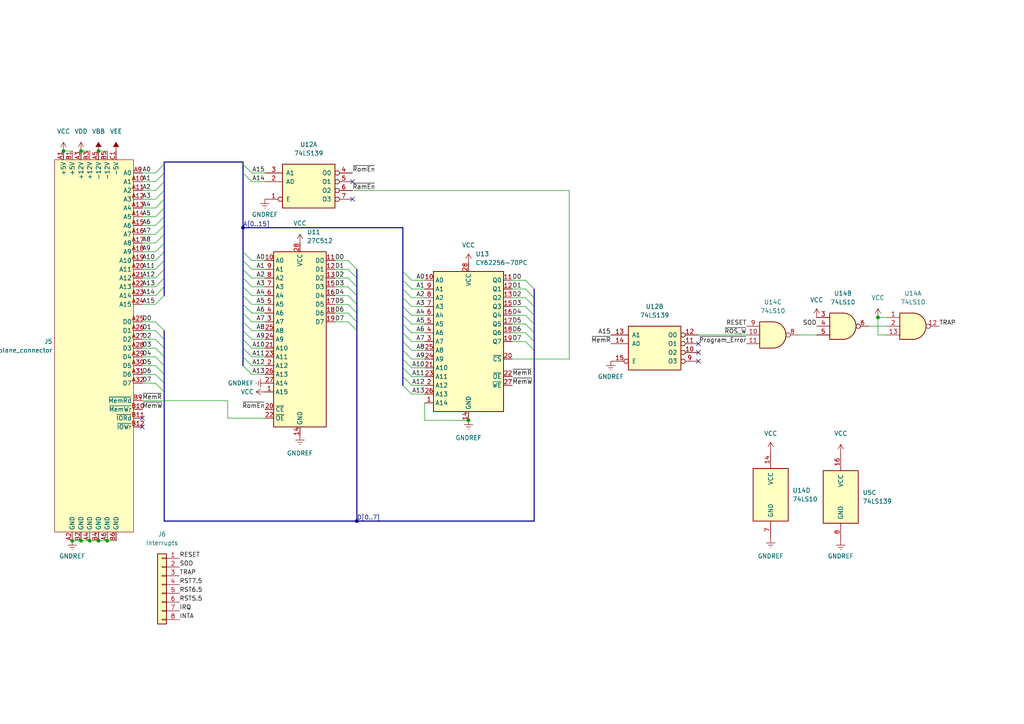
<source format=kicad_sch>
(kicad_sch (version 20231120) (generator "eeschema") (generator_version "8.0")
  (paper "A4")
  (lib_symbols
    (symbol "74xx:74LS10" (pin_names (offset 1.016))
      (property "Reference" "U" (at 0 1.27 0))
      (property "Value" "74LS10" (at 0 -1.27 0))
      (symbol "74LS10_1_1"
        (arc (start 0 -3.81) (mid 3.7934 0) (end 0 3.81) (stroke (width 0.254)) (fill (type background)))
        (polyline (pts (xy 0 3.81) (xy -3.81 3.81) (xy -3.81 -3.81) (xy 0 -3.81)) (stroke (width 0.254)) (fill (type background)))
        (pin input line (at -7.62 2.54 0) (length 3.81) (name "~") (number "1"))
        (pin output inverted (at 7.62 0 180) (length 3.81) (name "~") (number "12"))
        (pin input line (at -7.62 -2.54 0) (length 3.81) (name "~") (number "13"))
        (pin input line (at -7.62 0 0) (length 3.81) (name "~") (number "2"))
      )
      (symbol "74LS10_1_2"
        (arc (start -3.81 -3.81) (mid -2.589 0) (end -3.81 3.81) (stroke (width 0.254)))
        (arc (start -0.6096 -3.81) (mid 2.1842 -2.5851) (end 3.81 0) (stroke (width 0.254)) (fill (type background)))
        (polyline (pts (xy -3.81 -3.81) (xy -0.635 -3.81)) (stroke (width 0.254)) (fill (type background)))
        (polyline (pts (xy -3.81 3.81) (xy -0.635 3.81)) (stroke (width 0.254)) (fill (type background)))
        (polyline (pts (xy -0.635 3.81) (xy -3.81 3.81) (xy -3.81 3.81) (xy -3.556 3.4036) (xy -3.0226 2.2606) (xy -2.6924 1.0414) (xy -2.6162 -0.254) (xy -2.7686 -1.4986) (xy -3.175 -2.7178) (xy -3.81 -3.81) (xy -3.81 -3.81) (xy -0.635 -3.81)) (stroke (width -25.4)) (fill (type background)))
        (arc (start 3.81 0) (mid 2.1915 2.5936) (end -0.6096 3.81) (stroke (width 0.254)) (fill (type background)))
        (pin input inverted (at -7.62 2.54 0) (length 4.318) (name "~") (number "1"))
        (pin output line (at 7.62 0 180) (length 3.81) (name "~") (number "12"))
        (pin input inverted (at -7.62 -2.54 0) (length 4.318) (name "~") (number "13"))
        (pin input inverted (at -7.62 0 0) (length 4.953) (name "~") (number "2"))
      )
      (symbol "74LS10_2_1"
        (arc (start 0 -3.81) (mid 3.7934 0) (end 0 3.81) (stroke (width 0.254)) (fill (type background)))
        (polyline (pts (xy 0 3.81) (xy -3.81 3.81) (xy -3.81 -3.81) (xy 0 -3.81)) (stroke (width 0.254)) (fill (type background)))
        (pin input line (at -7.62 2.54 0) (length 3.81) (name "~") (number "3"))
        (pin input line (at -7.62 0 0) (length 3.81) (name "~") (number "4"))
        (pin input line (at -7.62 -2.54 0) (length 3.81) (name "~") (number "5"))
        (pin output inverted (at 7.62 0 180) (length 3.81) (name "~") (number "6"))
      )
      (symbol "74LS10_2_2"
        (arc (start -3.81 -3.81) (mid -2.589 0) (end -3.81 3.81) (stroke (width 0.254)))
        (arc (start -0.6096 -3.81) (mid 2.1842 -2.5851) (end 3.81 0) (stroke (width 0.254)) (fill (type background)))
        (polyline (pts (xy -3.81 -3.81) (xy -0.635 -3.81)) (stroke (width 0.254)) (fill (type background)))
        (polyline (pts (xy -3.81 3.81) (xy -0.635 3.81)) (stroke (width 0.254)) (fill (type background)))
        (polyline (pts (xy -0.635 3.81) (xy -3.81 3.81) (xy -3.81 3.81) (xy -3.556 3.4036) (xy -3.0226 2.2606) (xy -2.6924 1.0414) (xy -2.6162 -0.254) (xy -2.7686 -1.4986) (xy -3.175 -2.7178) (xy -3.81 -3.81) (xy -3.81 -3.81) (xy -0.635 -3.81)) (stroke (width -25.4)) (fill (type background)))
        (arc (start 3.81 0) (mid 2.1915 2.5936) (end -0.6096 3.81) (stroke (width 0.254)) (fill (type background)))
        (pin input inverted (at -7.62 2.54 0) (length 4.318) (name "~") (number "3"))
        (pin input inverted (at -7.62 0 0) (length 4.953) (name "~") (number "4"))
        (pin input inverted (at -7.62 -2.54 0) (length 4.318) (name "~") (number "5"))
        (pin output line (at 7.62 0 180) (length 3.81) (name "~") (number "6"))
      )
      (symbol "74LS10_3_1"
        (arc (start 0 -3.81) (mid 3.7934 0) (end 0 3.81) (stroke (width 0.254)) (fill (type background)))
        (polyline (pts (xy 0 3.81) (xy -3.81 3.81) (xy -3.81 -3.81) (xy 0 -3.81)) (stroke (width 0.254)) (fill (type background)))
        (pin input line (at -7.62 0 0) (length 3.81) (name "~") (number "10"))
        (pin input line (at -7.62 -2.54 0) (length 3.81) (name "~") (number "11"))
        (pin output inverted (at 7.62 0 180) (length 3.81) (name "~") (number "8"))
        (pin input line (at -7.62 2.54 0) (length 3.81) (name "~") (number "9"))
      )
      (symbol "74LS10_3_2"
        (arc (start -3.81 -3.81) (mid -2.589 0) (end -3.81 3.81) (stroke (width 0.254)))
        (arc (start -0.6096 -3.81) (mid 2.1842 -2.5851) (end 3.81 0) (stroke (width 0.254)) (fill (type background)))
        (polyline (pts (xy -3.81 -3.81) (xy -0.635 -3.81)) (stroke (width 0.254)) (fill (type background)))
        (polyline (pts (xy -3.81 3.81) (xy -0.635 3.81)) (stroke (width 0.254)) (fill (type background)))
        (polyline (pts (xy -0.635 3.81) (xy -3.81 3.81) (xy -3.81 3.81) (xy -3.556 3.4036) (xy -3.0226 2.2606) (xy -2.6924 1.0414) (xy -2.6162 -0.254) (xy -2.7686 -1.4986) (xy -3.175 -2.7178) (xy -3.81 -3.81) (xy -3.81 -3.81) (xy -0.635 -3.81)) (stroke (width -25.4)) (fill (type background)))
        (arc (start 3.81 0) (mid 2.1915 2.5936) (end -0.6096 3.81) (stroke (width 0.254)) (fill (type background)))
        (pin input inverted (at -7.62 0 0) (length 4.953) (name "~") (number "10"))
        (pin input inverted (at -7.62 -2.54 0) (length 4.318) (name "~") (number "11"))
        (pin output line (at 7.62 0 180) (length 3.81) (name "~") (number "8"))
        (pin input inverted (at -7.62 2.54 0) (length 4.318) (name "~") (number "9"))
      )
      (symbol "74LS10_4_0"
        (pin power_in line (at 0 12.7 270) (length 5.08) (name "VCC") (number "14"))
        (pin power_in line (at 0 -12.7 90) (length 5.08) (name "GND") (number "7"))
      )
      (symbol "74LS10_4_1"
        (rectangle (start -5.08 7.62) (end 5.08 -7.62) (stroke (width 0.254)) (fill (type background)))
      )
    )
    (symbol "74xx:74LS139" (pin_names (offset 1.016))
      (property "Reference" "U" (at -7.62 8.89 0))
      (property "Value" "74LS139" (at -7.62 -8.89 0))
      (symbol "74LS139_1_0"
        (pin input inverted (at -12.7 -5.08 0) (length 5.08) (name "E") (number "1"))
        (pin input line (at -12.7 0 0) (length 5.08) (name "A0") (number "2"))
        (pin input line (at -12.7 2.54 0) (length 5.08) (name "A1") (number "3"))
        (pin output inverted (at 12.7 2.54 180) (length 5.08) (name "O0") (number "4"))
        (pin output inverted (at 12.7 0 180) (length 5.08) (name "O1") (number "5"))
        (pin output inverted (at 12.7 -2.54 180) (length 5.08) (name "O2") (number "6"))
        (pin output inverted (at 12.7 -5.08 180) (length 5.08) (name "O3") (number "7"))
      )
      (symbol "74LS139_1_1"
        (rectangle (start -7.62 5.08) (end 7.62 -7.62) (stroke (width 0.254)) (fill (type background)))
      )
      (symbol "74LS139_2_0"
        (pin output inverted (at 12.7 -2.54 180) (length 5.08) (name "O2") (number "10"))
        (pin output inverted (at 12.7 0 180) (length 5.08) (name "O1") (number "11"))
        (pin output inverted (at 12.7 2.54 180) (length 5.08) (name "O0") (number "12"))
        (pin input line (at -12.7 2.54 0) (length 5.08) (name "A1") (number "13"))
        (pin input line (at -12.7 0 0) (length 5.08) (name "A0") (number "14"))
        (pin input inverted (at -12.7 -5.08 0) (length 5.08) (name "E") (number "15"))
        (pin output inverted (at 12.7 -5.08 180) (length 5.08) (name "O3") (number "9"))
      )
      (symbol "74LS139_2_1"
        (rectangle (start -7.62 5.08) (end 7.62 -7.62) (stroke (width 0.254)) (fill (type background)))
      )
      (symbol "74LS139_3_0"
        (pin power_in line (at 0 12.7 270) (length 5.08) (name "VCC") (number "16"))
        (pin power_in line (at 0 -12.7 90) (length 5.08) (name "GND") (number "8"))
      )
      (symbol "74LS139_3_1"
        (rectangle (start -5.08 7.62) (end 5.08 -7.62) (stroke (width 0.254)) (fill (type background)))
      )
    )
    (symbol "Connector_Generic:Conn_01x08" (pin_names (offset 1.016) hide)
      (property "Reference" "J" (at 0 10.16 0))
      (property "Value" "Conn_01x08" (at 0 -12.7 0))
      (symbol "Conn_01x08_1_1"
        (rectangle (start -1.27 -10.033) (end 0 -10.287) (stroke (width 0.1524)))
        (rectangle (start -1.27 -7.493) (end 0 -7.747) (stroke (width 0.1524)))
        (rectangle (start -1.27 -4.953) (end 0 -5.207) (stroke (width 0.1524)))
        (rectangle (start -1.27 -2.413) (end 0 -2.667) (stroke (width 0.1524)))
        (rectangle (start -1.27 0.127) (end 0 -0.127) (stroke (width 0.1524)))
        (rectangle (start -1.27 2.667) (end 0 2.413) (stroke (width 0.1524)))
        (rectangle (start -1.27 5.207) (end 0 4.953) (stroke (width 0.1524)))
        (rectangle (start -1.27 7.747) (end 0 7.493) (stroke (width 0.1524)))
        (rectangle (start -1.27 8.89) (end 1.27 -11.43) (stroke (width 0.254)) (fill (type background)))
        (pin passive line (at -5.08 7.62 0) (length 3.81) (name "Pin_1") (number "1"))
        (pin passive line (at -5.08 5.08 0) (length 3.81) (name "Pin_2") (number "2"))
        (pin passive line (at -5.08 2.54 0) (length 3.81) (name "Pin_3") (number "3"))
        (pin passive line (at -5.08 0 0) (length 3.81) (name "Pin_4") (number "4"))
        (pin passive line (at -5.08 -2.54 0) (length 3.81) (name "Pin_5") (number "5"))
        (pin passive line (at -5.08 -5.08 0) (length 3.81) (name "Pin_6") (number "6"))
        (pin passive line (at -5.08 -7.62 0) (length 3.81) (name "Pin_7") (number "7"))
        (pin passive line (at -5.08 -10.16 0) (length 3.81) (name "Pin_8") (number "8"))
      )
    )
    (symbol "Memory_EPROM:27C512"
      (property "Reference" "U" (at -7.62 26.67 0))
      (property "Value" "27C512" (at 2.54 -26.67 0))
      (symbol "27C512_1_1"
        (rectangle (start -7.62 25.4) (end 7.62 -25.4) (stroke (width 0.254)) (fill (type background)))
        (pin input line (at -10.16 -15.24 0) (length 2.54) (name "A15") (number "1"))
        (pin input line (at -10.16 22.86 0) (length 2.54) (name "A0") (number "10"))
        (pin tri_state line (at 10.16 22.86 180) (length 2.54) (name "D0") (number "11"))
        (pin tri_state line (at 10.16 20.32 180) (length 2.54) (name "D1") (number "12"))
        (pin tri_state line (at 10.16 17.78 180) (length 2.54) (name "D2") (number "13"))
        (pin power_in line (at 0 -27.94 90) (length 2.54) (name "GND") (number "14"))
        (pin tri_state line (at 10.16 15.24 180) (length 2.54) (name "D3") (number "15"))
        (pin tri_state line (at 10.16 12.7 180) (length 2.54) (name "D4") (number "16"))
        (pin tri_state line (at 10.16 10.16 180) (length 2.54) (name "D5") (number "17"))
        (pin tri_state line (at 10.16 7.62 180) (length 2.54) (name "D6") (number "18"))
        (pin tri_state line (at 10.16 5.08 180) (length 2.54) (name "D7") (number "19"))
        (pin input line (at -10.16 -7.62 0) (length 2.54) (name "A12") (number "2"))
        (pin input line (at -10.16 -20.32 0) (length 2.54) (name "~{CE}") (number "20"))
        (pin input line (at -10.16 -2.54 0) (length 2.54) (name "A10") (number "21"))
        (pin input line (at -10.16 -22.86 0) (length 2.54) (name "~{OE}") (number "22"))
        (pin input line (at -10.16 -5.08 0) (length 2.54) (name "A11") (number "23"))
        (pin input line (at -10.16 0 0) (length 2.54) (name "A9") (number "24"))
        (pin input line (at -10.16 2.54 0) (length 2.54) (name "A8") (number "25"))
        (pin input line (at -10.16 -10.16 0) (length 2.54) (name "A13") (number "26"))
        (pin input line (at -10.16 -12.7 0) (length 2.54) (name "A14") (number "27"))
        (pin power_in line (at 0 27.94 270) (length 2.54) (name "VCC") (number "28"))
        (pin input line (at -10.16 5.08 0) (length 2.54) (name "A7") (number "3"))
        (pin input line (at -10.16 7.62 0) (length 2.54) (name "A6") (number "4"))
        (pin input line (at -10.16 10.16 0) (length 2.54) (name "A5") (number "5"))
        (pin input line (at -10.16 12.7 0) (length 2.54) (name "A4") (number "6"))
        (pin input line (at -10.16 15.24 0) (length 2.54) (name "A3") (number "7"))
        (pin input line (at -10.16 17.78 0) (length 2.54) (name "A2") (number "8"))
        (pin input line (at -10.16 20.32 0) (length 2.54) (name "A1") (number "9"))
      )
    )
    (symbol "Memory_RAM:CY62256-70PC"
      (property "Reference" "U" (at -10.16 20.955 0))
      (property "Value" "CY62256-70PC" (at 2.54 20.955 0))
      (symbol "CY62256-70PC_0_0"
        (pin power_in line (at 0 -22.86 90) (length 2.54) (name "GND") (number "14"))
        (pin power_in line (at 0 22.86 270) (length 2.54) (name "VCC") (number "28"))
      )
      (symbol "CY62256-70PC_0_1"
        (rectangle (start -10.16 20.32) (end 10.16 -20.32) (stroke (width 0.254)) (fill (type background)))
      )
      (symbol "CY62256-70PC_1_1"
        (pin input line (at -12.7 -17.78 0) (length 2.54) (name "A14") (number "1"))
        (pin input line (at -12.7 17.78 0) (length 2.54) (name "A0") (number "10"))
        (pin tri_state line (at 12.7 17.78 180) (length 2.54) (name "Q0") (number "11"))
        (pin tri_state line (at 12.7 15.24 180) (length 2.54) (name "Q1") (number "12"))
        (pin tri_state line (at 12.7 12.7 180) (length 2.54) (name "Q2") (number "13"))
        (pin tri_state line (at 12.7 10.16 180) (length 2.54) (name "Q3") (number "15"))
        (pin tri_state line (at 12.7 7.62 180) (length 2.54) (name "Q4") (number "16"))
        (pin tri_state line (at 12.7 5.08 180) (length 2.54) (name "Q5") (number "17"))
        (pin tri_state line (at 12.7 2.54 180) (length 2.54) (name "Q6") (number "18"))
        (pin tri_state line (at 12.7 0 180) (length 2.54) (name "Q7") (number "19"))
        (pin input line (at -12.7 -12.7 0) (length 2.54) (name "A12") (number "2"))
        (pin input line (at 12.7 -5.08 180) (length 2.54) (name "~{CS}") (number "20"))
        (pin input line (at -12.7 -7.62 0) (length 2.54) (name "A10") (number "21"))
        (pin input line (at 12.7 -10.16 180) (length 2.54) (name "~{OE}") (number "22"))
        (pin input line (at -12.7 -10.16 0) (length 2.54) (name "A11") (number "23"))
        (pin input line (at -12.7 -5.08 0) (length 2.54) (name "A9") (number "24"))
        (pin input line (at -12.7 -2.54 0) (length 2.54) (name "A8") (number "25"))
        (pin input line (at -12.7 -15.24 0) (length 2.54) (name "A13") (number "26"))
        (pin input line (at 12.7 -12.7 180) (length 2.54) (name "~{WE}") (number "27"))
        (pin input line (at -12.7 0 0) (length 2.54) (name "A7") (number "3"))
        (pin input line (at -12.7 2.54 0) (length 2.54) (name "A6") (number "4"))
        (pin input line (at -12.7 5.08 0) (length 2.54) (name "A5") (number "5"))
        (pin input line (at -12.7 7.62 0) (length 2.54) (name "A4") (number "6"))
        (pin input line (at -12.7 10.16 0) (length 2.54) (name "A3") (number "7"))
        (pin input line (at -12.7 12.7 0) (length 2.54) (name "A2") (number "8"))
        (pin input line (at -12.7 15.24 0) (length 2.54) (name "A1") (number "9"))
      )
    )
    (symbol "VEE_1" (power) (pin_names (offset 0))
      (property "Value" "VEE_1" (at 0 5.715 0))
      (symbol "VEE_1_0_1"
        (polyline (pts (xy 0 0) (xy 0 2.54)))
        (polyline (pts (xy 0.762 1.27) (xy -0.762 1.27) (xy 0 2.54) (xy 0.762 1.27)) (fill (type outline)))
      )
      (symbol "VEE_1_1_1"
        (pin power_in line (at 0 0 90) (length 0) hide (name "VBB") (number "1"))
      )
    )
    (symbol "connector-miscellaneous:MC80_8085_Backplane_connector"
      (property "Reference" "J" (at 13.97 34.29 0))
      (property "Value" "MC80_8085_Backplane_connector" (at -6.35 34.29 0))
      (symbol "MC80_8085_Backplane_connector_0_1"
        (rectangle (start -22.86 19.05) (end 0 -88.9) (fill (type background)))
        (rectangle (start -15.24 16.51) (end -15.24 16.51))
      )
      (symbol "MC80_8085_Backplane_connector_1_1"
        (pin power_in line (at -20.32 21.59 270) (length 2.54) (name "+5V") (number "A1"))
        (pin output line (at 2.54 12.7 180) (length 2.54) (name "A1") (number "A10"))
        (pin output line (at 2.54 10.16 180) (length 2.54) (name "A2") (number "A11"))
        (pin output line (at 2.54 7.62 180) (length 2.54) (name "A3") (number "A12"))
        (pin output line (at 2.54 5.08 180) (length 2.54) (name "A4") (number "A13"))
        (pin output line (at 2.54 2.54 180) (length 2.54) (name "A5") (number "A14"))
        (pin output line (at 2.54 0 180) (length 2.54) (name "A6") (number "A15"))
        (pin output line (at 2.54 -2.54 180) (length 2.54) (name "A7") (number "A16"))
        (pin output line (at 2.54 -5.08 180) (length 2.54) (name "A8") (number "A17"))
        (pin output line (at 2.54 -7.62 180) (length 2.54) (name "A9") (number "A18"))
        (pin output line (at 2.54 -10.16 180) (length 2.54) (name "A10") (number "A19"))
        (pin power_in line (at -17.78 -91.44 90) (length 2.54) (name "GND") (number "A2"))
        (pin output line (at 2.54 -12.7 180) (length 2.54) (name "A11") (number "A20"))
        (pin output line (at 2.54 -15.24 180) (length 2.54) (name "A12") (number "A21"))
        (pin output line (at 2.54 -17.78 180) (length 2.54) (name "A13") (number "A22"))
        (pin output line (at 2.54 -20.32 180) (length 2.54) (name "A14") (number "A23"))
        (pin output line (at 2.54 -22.86 180) (length 2.54) (name "A15") (number "A24"))
        (pin tri_state line (at 2.54 -27.94 180) (length 2.54) (name "D0") (number "A25"))
        (pin tri_state line (at 2.54 -30.48 180) (length 2.54) (name "D1") (number "A26"))
        (pin tri_state line (at 2.54 -33.02 180) (length 2.54) (name "D2") (number "A27"))
        (pin tri_state line (at 2.54 -35.56 180) (length 2.54) (name "D3") (number "A28"))
        (pin tri_state line (at 2.54 -38.1 180) (length 2.54) (name "D4") (number "A29"))
        (pin power_in line (at -15.24 21.59 270) (length 2.54) (name "+12V") (number "A3"))
        (pin tri_state line (at 2.54 -40.64 180) (length 2.54) (name "D5") (number "A30"))
        (pin tri_state line (at 2.54 -43.18 180) (length 2.54) (name "D6") (number "A31"))
        (pin tri_state line (at 2.54 -45.72 180) (length 2.54) (name "D7") (number "A32"))
        (pin power_in line (at -12.7 -91.44 90) (length 2.54) (name "GND") (number "A4"))
        (pin power_in line (at -10.16 21.59 270) (length 2.54) (name "-12V") (number "A5"))
        (pin power_in line (at -7.62 -91.44 90) (length 2.54) (name "GND") (number "A6"))
        (pin output line (at 2.54 15.24 180) (length 2.54) (name "A0") (number "A9"))
        (pin power_in line (at -17.78 21.59 270) (length 2.54) (name "+5V") (number "B1"))
        (pin output line (at 2.54 -53.34 180) (length 2.54) (name "~{MemWr}") (number "B10"))
        (pin output line (at 2.54 -55.88 180) (length 2.54) (name "~{IORd}") (number "B11"))
        (pin output line (at 2.54 -58.42 180) (length 2.54) (name "~{IOWr}") (number "B12"))
        (pin power_in line (at -15.24 -91.44 90) (length 2.54) (name "GND") (number "B2"))
        (pin power_in line (at -12.7 21.59 270) (length 2.54) (name "+12V") (number "B3"))
        (pin power_in line (at -10.16 -91.44 90) (length 2.54) (name "GND") (number "B4"))
        (pin power_in line (at -7.62 21.59 270) (length 2.54) (name "-12V") (number "B5"))
        (pin power_in line (at -5.08 -91.44 90) (length 2.54) (name "GND") (number "B6"))
        (pin output line (at 2.54 -50.8 180) (length 2.54) (name "~{MemRd}") (number "B9"))
        (pin power_in line (at -5.08 21.59 270) (length 2.54) (name "-5V") (number "C1"))
      )
    )
    (symbol "power:GNDREF" (power) (pin_names (offset 0))
      (property "Value" "GNDREF" (at 0 -3.81 0))
      (symbol "GNDREF_0_1"
        (polyline (pts (xy -0.635 -1.905) (xy 0.635 -1.905)))
        (polyline (pts (xy -0.127 -2.54) (xy 0.127 -2.54)))
        (polyline (pts (xy 0 -1.27) (xy 0 0)))
        (polyline (pts (xy 1.27 -1.27) (xy -1.27 -1.27)))
      )
      (symbol "GNDREF_1_1"
        (pin power_in line (at 0 0 270) (length 0) hide (name "GNDREF") (number "1"))
      )
    )
    (symbol "power:VCC" (power) (pin_names (offset 0))
      (property "Value" "VCC" (at 0 3.81 0))
      (symbol "VCC_0_1"
        (polyline (pts (xy -0.762 1.27) (xy 0 2.54)))
        (polyline (pts (xy 0 0) (xy 0 2.54)))
        (polyline (pts (xy 0 2.54) (xy 0.762 1.27)))
      )
      (symbol "VCC_1_1"
        (pin power_in line (at 0 0 90) (length 0) hide (name "VCC") (number "1"))
      )
    )
    (symbol "power:VDD" (power) (pin_names (offset 0))
      (property "Value" "VDD" (at 0 3.81 0))
      (symbol "VDD_0_1"
        (polyline (pts (xy -0.762 1.27) (xy 0 2.54)))
        (polyline (pts (xy 0 0) (xy 0 2.54)))
        (polyline (pts (xy 0 2.54) (xy 0.762 1.27)))
      )
      (symbol "VDD_1_1"
        (pin power_in line (at 0 0 90) (length 0) hide (name "VDD") (number "1"))
      )
    )
    (symbol "power:VEE" (power) (pin_names (offset 0))
      (property "Value" "VEE" (at 0 3.81 0))
      (symbol "VEE_0_1"
        (polyline (pts (xy 0 0) (xy 0 2.54)))
        (polyline (pts (xy 0.762 1.27) (xy -0.762 1.27) (xy 0 2.54) (xy 0.762 1.27)) (fill (type outline)))
      )
      (symbol "VEE_1_1"
        (pin power_in line (at 0 0 90) (length 0) hide (name "VEE") (number "1"))
      )
    )
  )
  (junction (at 23.495 156.845))
  (junction (at 28.575 156.845))
  (junction (at 26.035 156.845))
  (junction (at 28.575 43.815))
  (junction (at 23.495 43.815))
  (junction (at 18.415 43.815))
  (junction (at 135.89 121.92))
  (junction (at 70.485 66.04))
  (junction (at 31.115 156.845))
  (junction (at 20.955 156.845))
  (junction (at 103.505 151.13))
  (junction (at 254.635 92.075))
  (no_connect (at 202.565 99.695))
  (no_connect (at 41.275 123.825))
  (no_connect (at 202.565 104.775))
  (no_connect (at 202.565 102.235))
  (no_connect (at 41.275 121.285))
  (no_connect (at 102.235 57.785))
  (no_connect (at 102.235 52.705))
  (bus_entry (at 45.085 62.865) (size 2.54 -2.54))
  (bus_entry (at 45.085 111.125) (size 2.54 2.54))
  (bus_entry (at 100.965 85.725) (size 2.54 2.54))
  (bus_entry (at 100.965 88.265) (size 2.54 2.54))
  (bus_entry (at 45.085 73.025) (size 2.54 -2.54))
  (bus_entry (at 119.38 114.3) (size -2.54 -2.54))
  (bus_entry (at 45.085 106.045) (size 2.54 2.54))
  (bus_entry (at 45.085 55.245) (size 2.54 -2.54))
  (bus_entry (at 119.38 88.9) (size -2.54 -2.54))
  (bus_entry (at 73.025 85.725) (size -2.54 -2.54))
  (bus_entry (at 70.485 47.625) (size 2.54 2.54))
  (bus_entry (at 73.025 88.265) (size -2.54 -2.54))
  (bus_entry (at 73.025 75.565) (size -2.54 -2.54))
  (bus_entry (at 119.38 86.36) (size -2.54 -2.54))
  (bus_entry (at 45.085 93.345) (size 2.54 2.54))
  (bus_entry (at 45.085 98.425) (size 2.54 2.54))
  (bus_entry (at 152.4 96.52) (size 2.54 2.54))
  (bus_entry (at 73.025 100.965) (size -2.54 -2.54))
  (bus_entry (at 45.085 85.725) (size 2.54 -2.54))
  (bus_entry (at 152.4 99.06) (size 2.54 2.54))
  (bus_entry (at 119.38 101.6) (size -2.54 -2.54))
  (bus_entry (at 100.965 93.345) (size 2.54 2.54))
  (bus_entry (at 45.085 52.705) (size 2.54 -2.54))
  (bus_entry (at 152.4 91.44) (size 2.54 2.54))
  (bus_entry (at 73.025 103.505) (size -2.54 -2.54))
  (bus_entry (at 73.025 93.345) (size -2.54 -2.54))
  (bus_entry (at 73.025 78.105) (size -2.54 -2.54))
  (bus_entry (at 119.38 91.44) (size -2.54 -2.54))
  (bus_entry (at 119.38 106.68) (size -2.54 -2.54))
  (bus_entry (at 45.085 65.405) (size 2.54 -2.54))
  (bus_entry (at 45.085 108.585) (size 2.54 2.54))
  (bus_entry (at 119.38 109.22) (size -2.54 -2.54))
  (bus_entry (at 119.38 99.06) (size -2.54 -2.54))
  (bus_entry (at 73.025 90.805) (size -2.54 -2.54))
  (bus_entry (at 73.025 108.585) (size -2.54 -2.54))
  (bus_entry (at 45.085 57.785) (size 2.54 -2.54))
  (bus_entry (at 119.38 96.52) (size -2.54 -2.54))
  (bus_entry (at 45.085 83.185) (size 2.54 -2.54))
  (bus_entry (at 73.025 98.425) (size -2.54 -2.54))
  (bus_entry (at 119.38 93.98) (size -2.54 -2.54))
  (bus_entry (at 152.4 86.36) (size 2.54 2.54))
  (bus_entry (at 119.38 81.28) (size -2.54 -2.54))
  (bus_entry (at 45.085 60.325) (size 2.54 -2.54))
  (bus_entry (at 45.085 70.485) (size 2.54 -2.54))
  (bus_entry (at 119.38 104.14) (size -2.54 -2.54))
  (bus_entry (at 45.085 75.565) (size 2.54 -2.54))
  (bus_entry (at 73.025 80.645) (size -2.54 -2.54))
  (bus_entry (at 45.085 67.945) (size 2.54 -2.54))
  (bus_entry (at 73.025 95.885) (size -2.54 -2.54))
  (bus_entry (at 45.085 78.105) (size 2.54 -2.54))
  (bus_entry (at 45.085 103.505) (size 2.54 2.54))
  (bus_entry (at 119.38 111.76) (size -2.54 -2.54))
  (bus_entry (at 73.025 106.045) (size -2.54 -2.54))
  (bus_entry (at 152.4 88.9) (size 2.54 2.54))
  (bus_entry (at 100.965 83.185) (size 2.54 2.54))
  (bus_entry (at 45.085 50.165) (size 2.54 -2.54))
  (bus_entry (at 70.485 50.165) (size 2.54 2.54))
  (bus_entry (at 100.965 80.645) (size 2.54 2.54))
  (bus_entry (at 45.085 80.645) (size 2.54 -2.54))
  (bus_entry (at 100.965 78.105) (size 2.54 2.54))
  (bus_entry (at 152.4 93.98) (size 2.54 2.54))
  (bus_entry (at 73.025 83.185) (size -2.54 -2.54))
  (bus_entry (at 152.4 83.82) (size 2.54 2.54))
  (bus_entry (at 100.965 90.805) (size 2.54 2.54))
  (bus_entry (at 45.085 88.265) (size 2.54 -2.54))
  (bus_entry (at 100.965 75.565) (size 2.54 2.54))
  (bus_entry (at 119.38 83.82) (size -2.54 -2.54))
  (bus_entry (at 45.085 100.965) (size 2.54 2.54))
  (bus_entry (at 45.085 95.885) (size 2.54 2.54))
  (bus_entry (at 152.4 81.28) (size 2.54 2.54))
  (wire (pts (xy 41.275 67.945) (xy 45.085 67.945)))
  (bus (pts (xy 47.625 80.645) (xy 47.625 78.105)))
  (wire (pts (xy 73.025 52.705) (xy 76.835 52.705)))
  (bus (pts (xy 116.84 66.04) (xy 70.485 66.04)))
  (bus (pts (xy 47.625 60.325) (xy 47.625 57.785)))
  (wire (pts (xy 148.59 93.98) (xy 152.4 93.98)))
  (bus (pts (xy 116.84 101.6) (xy 116.84 99.06)))
  (bus (pts (xy 103.505 95.885) (xy 103.505 151.13)))
  (wire (pts (xy 254.635 92.075) (xy 257.175 92.075)))
  (bus (pts (xy 70.485 88.265) (xy 70.485 85.725)))
  (bus (pts (xy 47.625 52.705) (xy 47.625 50.165)))
  (wire (pts (xy 97.155 85.725) (xy 100.965 85.725)))
  (wire (pts (xy 123.19 83.82) (xy 119.38 83.82)))
  (wire (pts (xy 123.19 86.36) (xy 119.38 86.36)))
  (wire (pts (xy 76.835 88.265) (xy 73.025 88.265)))
  (wire (pts (xy 135.89 121.92) (xy 123.19 121.92)))
  (wire (pts (xy 41.275 55.245) (xy 45.085 55.245)))
  (wire (pts (xy 23.495 156.845) (xy 26.035 156.845)))
  (wire (pts (xy 148.59 99.06) (xy 152.4 99.06)))
  (wire (pts (xy 97.155 90.805) (xy 100.965 90.805)))
  (bus (pts (xy 103.505 78.105) (xy 103.505 80.645)))
  (wire (pts (xy 123.19 88.9) (xy 119.38 88.9)))
  (bus (pts (xy 116.84 88.9) (xy 116.84 86.36)))
  (wire (pts (xy 123.19 114.3) (xy 119.38 114.3)))
  (bus (pts (xy 70.485 66.04) (xy 70.485 73.025)))
  (wire (pts (xy 123.19 111.76) (xy 119.38 111.76)))
  (bus (pts (xy 47.625 75.565) (xy 47.625 73.025)))
  (wire (pts (xy 41.275 83.185) (xy 45.085 83.185)))
  (wire (pts (xy 148.59 88.9) (xy 152.4 88.9)))
  (bus (pts (xy 47.625 55.245) (xy 47.625 52.705)))
  (wire (pts (xy 41.275 106.045) (xy 45.085 106.045)))
  (bus (pts (xy 47.625 67.945) (xy 47.625 65.405)))
  (wire (pts (xy 66.04 116.205) (xy 66.04 121.285)))
  (bus (pts (xy 116.84 83.82) (xy 116.84 86.36)))
  (wire (pts (xy 123.19 121.92) (xy 123.19 116.84)))
  (bus (pts (xy 47.625 46.99) (xy 70.485 46.99)))
  (wire (pts (xy 76.835 75.565) (xy 73.025 75.565)))
  (bus (pts (xy 116.84 104.14) (xy 116.84 101.6)))
  (wire (pts (xy 148.59 86.36) (xy 152.4 86.36)))
  (bus (pts (xy 70.485 78.105) (xy 70.485 75.565)))
  (wire (pts (xy 165.1 104.14) (xy 148.59 104.14)))
  (wire (pts (xy 148.59 96.52) (xy 152.4 96.52)))
  (wire (pts (xy 76.835 103.505) (xy 73.025 103.505)))
  (bus (pts (xy 116.84 96.52) (xy 116.84 93.98)))
  (wire (pts (xy 97.155 75.565) (xy 100.965 75.565)))
  (wire (pts (xy 41.275 73.025) (xy 45.085 73.025)))
  (wire (pts (xy 76.835 85.725) (xy 73.025 85.725)))
  (wire (pts (xy 231.775 97.155) (xy 236.855 97.155)))
  (bus (pts (xy 154.94 83.82) (xy 154.94 86.36)))
  (bus (pts (xy 154.94 88.9) (xy 154.94 91.44)))
  (wire (pts (xy 41.275 88.265) (xy 45.085 88.265)))
  (wire (pts (xy 23.495 43.815) (xy 26.035 43.815)))
  (wire (pts (xy 123.19 99.06) (xy 119.38 99.06)))
  (bus (pts (xy 103.505 80.645) (xy 103.505 83.185)))
  (bus (pts (xy 70.485 106.045) (xy 70.485 103.505)))
  (bus (pts (xy 47.625 113.665) (xy 47.625 151.13)))
  (bus (pts (xy 70.485 85.725) (xy 70.485 83.185)))
  (bus (pts (xy 47.625 78.105) (xy 47.625 75.565)))
  (bus (pts (xy 116.84 78.74) (xy 116.84 66.04)))
  (bus (pts (xy 70.485 100.965) (xy 70.485 98.425)))
  (wire (pts (xy 41.275 62.865) (xy 45.085 62.865)))
  (wire (pts (xy 76.835 98.425) (xy 73.025 98.425)))
  (bus (pts (xy 154.94 91.44) (xy 154.94 93.98)))
  (bus (pts (xy 116.84 99.06) (xy 116.84 96.52)))
  (bus (pts (xy 154.94 93.98) (xy 154.94 96.52)))
  (wire (pts (xy 252.095 94.615) (xy 257.175 94.615)))
  (wire (pts (xy 41.275 60.325) (xy 45.085 60.325)))
  (wire (pts (xy 76.835 93.345) (xy 73.025 93.345)))
  (bus (pts (xy 154.94 96.52) (xy 154.94 99.06)))
  (bus (pts (xy 47.625 50.165) (xy 47.625 47.625)))
  (wire (pts (xy 41.275 57.785) (xy 45.085 57.785)))
  (bus (pts (xy 70.485 103.505) (xy 70.485 100.965)))
  (bus (pts (xy 116.84 81.28) (xy 116.84 78.74)))
  (bus (pts (xy 47.625 106.045) (xy 47.625 108.585)))
  (bus (pts (xy 47.625 47.625) (xy 47.625 46.99)))
  (wire (pts (xy 148.59 81.28) (xy 152.4 81.28)))
  (wire (pts (xy 41.275 65.405) (xy 45.085 65.405)))
  (bus (pts (xy 47.625 111.125) (xy 47.625 113.665)))
  (bus (pts (xy 154.94 99.06) (xy 154.94 101.6)))
  (wire (pts (xy 76.835 80.645) (xy 73.025 80.645)))
  (wire (pts (xy 76.835 78.105) (xy 73.025 78.105)))
  (wire (pts (xy 97.155 88.265) (xy 100.965 88.265)))
  (bus (pts (xy 47.625 65.405) (xy 47.625 62.865)))
  (wire (pts (xy 41.275 116.205) (xy 66.04 116.205)))
  (wire (pts (xy 41.275 85.725) (xy 45.085 85.725)))
  (wire (pts (xy 41.275 100.965) (xy 45.085 100.965)))
  (wire (pts (xy 123.19 96.52) (xy 119.38 96.52)))
  (bus (pts (xy 116.84 93.98) (xy 116.84 91.44)))
  (bus (pts (xy 47.625 103.505) (xy 47.625 106.045)))
  (wire (pts (xy 148.59 83.82) (xy 152.4 83.82)))
  (bus (pts (xy 47.625 83.185) (xy 47.625 80.645)))
  (bus (pts (xy 70.485 50.165) (xy 70.485 66.04)))
  (wire (pts (xy 97.155 93.345) (xy 100.965 93.345)))
  (bus (pts (xy 70.485 98.425) (xy 70.485 95.885)))
  (bus (pts (xy 47.625 62.865) (xy 47.625 60.325)))
  (wire (pts (xy 123.19 106.68) (xy 119.38 106.68)))
  (wire (pts (xy 123.19 93.98) (xy 119.38 93.98)))
  (wire (pts (xy 76.835 95.885) (xy 73.025 95.885)))
  (wire (pts (xy 76.835 108.585) (xy 73.025 108.585)))
  (bus (pts (xy 47.625 151.13) (xy 103.505 151.13)))
  (wire (pts (xy 123.19 81.28) (xy 119.38 81.28)))
  (bus (pts (xy 70.485 75.565) (xy 70.485 73.025)))
  (bus (pts (xy 116.84 83.82) (xy 116.84 81.28)))
  (wire (pts (xy 254.635 97.155) (xy 254.635 92.075)))
  (bus (pts (xy 47.625 57.785) (xy 47.625 55.245)))
  (wire (pts (xy 76.835 106.045) (xy 73.025 106.045)))
  (wire (pts (xy 76.835 100.965) (xy 73.025 100.965)))
  (bus (pts (xy 47.625 95.885) (xy 47.625 98.425)))
  (wire (pts (xy 41.275 78.105) (xy 45.085 78.105)))
  (wire (pts (xy 123.19 104.14) (xy 119.38 104.14)))
  (bus (pts (xy 154.94 86.36) (xy 154.94 88.9)))
  (wire (pts (xy 123.19 91.44) (xy 119.38 91.44)))
  (bus (pts (xy 103.505 151.13) (xy 154.94 151.13)))
  (wire (pts (xy 28.575 156.845) (xy 31.115 156.845)))
  (wire (pts (xy 257.175 97.155) (xy 254.635 97.155)))
  (wire (pts (xy 41.275 95.885) (xy 45.085 95.885)))
  (wire (pts (xy 41.275 111.125) (xy 45.085 111.125)))
  (wire (pts (xy 148.59 91.44) (xy 152.4 91.44)))
  (wire (pts (xy 28.575 43.815) (xy 31.115 43.815)))
  (bus (pts (xy 116.84 91.44) (xy 116.84 88.9)))
  (bus (pts (xy 116.84 111.76) (xy 116.84 109.22)))
  (bus (pts (xy 116.84 109.22) (xy 116.84 106.68)))
  (wire (pts (xy 41.275 103.505) (xy 45.085 103.505)))
  (wire (pts (xy 41.275 50.165) (xy 45.085 50.165)))
  (wire (pts (xy 18.415 43.815) (xy 20.955 43.815)))
  (wire (pts (xy 97.155 80.645) (xy 100.965 80.645)))
  (bus (pts (xy 47.625 98.425) (xy 47.625 100.965)))
  (bus (pts (xy 154.94 101.6) (xy 154.94 151.13)))
  (bus (pts (xy 47.625 73.025) (xy 47.625 70.485)))
  (wire (pts (xy 41.275 93.345) (xy 45.085 93.345)))
  (wire (pts (xy 31.115 156.845) (xy 33.655 156.845)))
  (wire (pts (xy 41.275 108.585) (xy 45.085 108.585)))
  (wire (pts (xy 41.275 75.565) (xy 45.085 75.565)))
  (wire (pts (xy 202.565 97.155) (xy 216.535 97.155)))
  (wire (pts (xy 123.19 101.6) (xy 119.38 101.6)))
  (bus (pts (xy 103.505 85.725) (xy 103.505 88.265)))
  (wire (pts (xy 123.19 109.22) (xy 119.38 109.22)))
  (bus (pts (xy 70.485 95.885) (xy 70.485 93.345)))
  (wire (pts (xy 66.04 121.285) (xy 76.835 121.285)))
  (wire (pts (xy 73.025 50.165) (xy 76.835 50.165)))
  (bus (pts (xy 70.485 47.625) (xy 70.485 50.165)))
  (wire (pts (xy 41.275 70.485) (xy 45.085 70.485)))
  (bus (pts (xy 47.625 100.965) (xy 47.625 103.505)))
  (wire (pts (xy 26.035 156.845) (xy 28.575 156.845)))
  (bus (pts (xy 116.84 106.68) (xy 116.84 104.14)))
  (bus (pts (xy 103.505 93.345) (xy 103.505 95.885)))
  (wire (pts (xy 102.235 55.245) (xy 165.1 55.245)))
  (wire (pts (xy 41.275 52.705) (xy 45.085 52.705)))
  (bus (pts (xy 47.625 70.485) (xy 47.625 67.945)))
  (bus (pts (xy 70.485 83.185) (xy 70.485 80.645)))
  (wire (pts (xy 76.835 90.805) (xy 73.025 90.805)))
  (bus (pts (xy 47.625 108.585) (xy 47.625 111.125)))
  (bus (pts (xy 70.485 90.805) (xy 70.485 88.265)))
  (bus (pts (xy 103.505 88.265) (xy 103.505 90.805)))
  (wire (pts (xy 97.155 83.185) (xy 100.965 83.185)))
  (bus (pts (xy 70.485 46.99) (xy 70.485 47.625)))
  (bus (pts (xy 70.485 78.105) (xy 70.485 80.645)))
  (wire (pts (xy 41.275 80.645) (xy 45.085 80.645)))
  (wire (pts (xy 41.275 98.425) (xy 45.085 98.425)))
  (bus (pts (xy 47.625 85.725) (xy 47.625 83.185)))
  (wire (pts (xy 20.955 156.845) (xy 23.495 156.845)))
  (bus (pts (xy 70.485 93.345) (xy 70.485 90.805)))
  (wire (pts (xy 165.1 55.245) (xy 165.1 104.14)))
  (wire (pts (xy 97.155 78.105) (xy 100.965 78.105)))
  (bus (pts (xy 103.505 90.805) (xy 103.505 93.345)))
  (bus (pts (xy 103.505 83.185) (xy 103.505 85.725)))
  (wire (pts (xy 76.835 83.185) (xy 73.025 83.185)))
  (label "D5" (at 148.59 93.98 0))
  (label "A5" (at 76.835 88.265 180))
  (label "A1" (at 41.275 52.705 0))
  (label "D2" (at 41.275 98.425 0))
  (label "A11" (at 41.275 78.105 0))
  (label "A8" (at 76.835 95.885 180))
  (label "A4" (at 41.275 60.325 0))
  (label "D3" (at 41.275 100.965 0))
  (label "RST6.5" (at 52.07 172.085 0))
  (label "D3" (at 97.155 83.185 0))
  (label "A9" (at 123.19 104.14 180))
  (label "INTA" (at 52.07 179.705 0))
  (label "TRAP" (at 52.07 167.005 0))
  (label "A10" (at 76.835 100.965 180))
  (label "~{RamEn}" (at 102.235 55.245 0))
  (label "A12" (at 76.835 106.045 180))
  (label "D4" (at 97.155 85.725 0))
  (label "A10" (at 123.19 106.68 180))
  (label "D5" (at 41.275 106.045 0))
  (label "A15" (at 177.165 97.155 180))
  (label "D0" (at 148.59 81.28 0))
  (label "~{RomEn}" (at 76.835 118.745 180))
  (label "~{MemW}" (at 41.275 118.745 0))
  (label "A6" (at 76.835 90.805 180))
  (label "A15" (at 41.275 88.265 0))
  (label "A14" (at 76.835 52.705 180))
  (label "A11" (at 76.835 103.505 180))
  (label "A4" (at 123.19 91.44 180))
  (label "D4" (at 148.59 91.44 0))
  (label "A5" (at 123.19 93.98 180))
  (label "A9" (at 76.835 98.425 180))
  (label "D6" (at 41.275 108.585 0))
  (label "A13" (at 123.19 114.3 180))
  (label "A5" (at 41.275 62.865 0))
  (label "A2" (at 123.19 86.36 180))
  (label "A1" (at 123.19 83.82 180))
  (label "D[0..7]" (at 103.505 151.13 0))
  (label "A15" (at 76.835 50.165 180))
  (label "A3" (at 41.275 57.785 0))
  (label "A7" (at 123.19 99.06 180))
  (label "A14" (at 41.275 85.725 0))
  (label "D6" (at 97.155 90.805 0))
  (label "D5" (at 97.155 88.265 0))
  (label "A9" (at 41.275 73.025 0))
  (label "RST7.5" (at 52.07 169.545 0))
  (label "D2" (at 148.59 86.36 0))
  (label "SOD" (at 236.855 94.615 180))
  (label "D2" (at 97.155 80.645 0))
  (label "A3" (at 123.19 88.9 180))
  (label "D7" (at 97.155 93.345 0))
  (label "~{MemW}" (at 148.59 111.76 0))
  (label "D1" (at 97.155 78.105 0))
  (label "D4" (at 41.275 103.505 0))
  (label "A12" (at 123.19 111.76 180))
  (label "~{ROS_W}" (at 216.535 97.155 180))
  (label "D6" (at 148.59 96.52 0))
  (label "A11" (at 123.19 109.22 180))
  (label "D7" (at 148.59 99.06 0))
  (label "A2" (at 76.835 80.645 180))
  (label "D1" (at 148.59 83.82 0))
  (label "A6" (at 123.19 96.52 180))
  (label "A10" (at 41.275 75.565 0))
  (label "~{RomEn}" (at 102.235 50.165 0))
  (label "A[0..15]" (at 70.485 66.04 0))
  (label "D7" (at 41.275 111.125 0))
  (label "A0" (at 123.19 81.28 180))
  (label "A13" (at 41.275 83.185 0))
  (label "SOD" (at 52.07 164.465 0))
  (label "D0" (at 41.275 93.345 0))
  (label "A13" (at 76.835 108.585 180))
  (label "~{MemR}" (at 177.165 99.695 180))
  (label "~{MemR}" (at 148.59 109.22 0))
  (label "RESET" (at 52.07 161.925 0))
  (label "A4" (at 76.835 85.725 180))
  (label "A3" (at 76.835 83.185 180))
  (label "A0" (at 41.275 50.165 0))
  (label "A1" (at 76.835 78.105 180))
  (label "D1" (at 41.275 95.885 0))
  (label "~{Program_Error}" (at 216.535 99.695 180))
  (label "A6" (at 41.275 65.405 0))
  (label "IRQ" (at 52.07 177.165 0))
  (label "A7" (at 41.275 67.945 0))
  (label "A0" (at 76.835 75.565 180))
  (label "A7" (at 76.835 93.345 180))
  (label "A8" (at 41.275 70.485 0))
  (label "A8" (at 123.19 101.6 180))
  (label "A2" (at 41.275 55.245 0))
  (label "RESET" (at 216.535 94.615 180))
  (label "RST5.5" (at 52.07 174.625 0))
  (label "A12" (at 41.275 80.645 0))
  (label "D0" (at 97.155 75.565 0))
  (label "~{MemR}" (at 41.275 116.205 0))
  (label "TRAP" (at 272.415 94.615 0))
  (label "D3" (at 148.59 88.9 0))
  (symbol (lib_id "power:VCC") (at 86.995 70.485 0) (unit 1)
    (property "Reference" "#PWR026" (effects (hide yes)))
    (property "Value" "VCC" (at 86.995 64.77 0))
  )
  (symbol (lib_id "power:GNDREF") (at 135.89 121.92 0) (unit 1)
    (property "Reference" "#PWR029" (effects (hide yes)))
    (property "Value" "GNDREF" (at 135.89 127 0))
  )
  (symbol (lib_id "power:GNDREF") (at 177.165 104.775 0) (unit 1)
    (property "Reference" "#PWR030" (effects (hide yes)))
    (property "Value" "GNDREF" (at 177.165 109.22 0))
  )
  (symbol (lib_name "VEE_1") (lib_id "power:VEE") (at 28.575 43.815 0) (unit 1)
    (property "Reference" "#PWR021" (effects (hide yes)))
    (property "Value" "VBB" (at 28.575 38.1 0))
  )
  (symbol (lib_id "74xx:74LS139") (at 189.865 99.695 0) (unit 2)
    (property "Reference" "U12" (at 189.865 88.9 0))
    (property "Value" "74LS139" (at 189.865 91.44 0))
    (property "Datasheet" "http://www.ti.com/lit/ds/symlink/sn74ls139a.pdf" (effects (hide yes)))
  )
  (symbol (lib_id "74xx:74LS10") (at 244.475 94.615 0) (unit 2)
    (property "Reference" "U14" (at 244.475 85.09 0))
    (property "Value" "74LS10" (at 244.475 87.63 0))
    (property "Datasheet" "http://www.ti.com/lit/gpn/sn74LS10" (effects (hide yes)))
  )
  (symbol (lib_id "power:VDD") (at 23.495 43.815 0) (unit 1)
    (property "Reference" "#PWR020" (effects (hide yes)))
    (property "Value" "VDD" (at 23.495 38.1 0))
  )
  (symbol (lib_id "power:GNDREF") (at 20.955 156.845 0) (unit 1)
    (property "Reference" "#PWR019" (effects (hide yes)))
    (property "Value" "GNDREF" (at 20.955 161.29 0))
  )
  (symbol (lib_id "power:VCC") (at 236.855 92.075 0) (unit 1)
    (property "Reference" "#PWR033" (effects (hide yes)))
    (property "Value" "VCC" (at 236.855 86.995 0))
  )
  (symbol (lib_id "power:VCC") (at 76.835 113.665 90) (unit 1)
    (property "Reference" "#PWR025" (effects (hide yes)))
    (property "Value" "VCC" (at 73.66 113.6649 90) (effects (justify left)))
  )
  (symbol (lib_id "power:VCC") (at 243.84 131.445 0) (unit 1)
    (property "Reference" "#PWR034" (effects (hide yes)))
    (property "Value" "VCC" (at 243.84 125.73 0))
  )
  (symbol (lib_id "Memory_RAM:CY62256-70PC") (at 135.89 99.06 0) (unit 1)
    (property "Reference" "U13" (at 137.9094 73.66 0) (effects (justify left)))
    (property "Value" "CY62256-70PC" (at 137.9094 76.2 0) (effects (justify left)))
    (property "Footprint" "Package_DIP:DIP-28_W15.24mm" (effects (hide yes)))
    (property "Datasheet" "https://ecee.colorado.edu/~mcclurel/Cypress_SRAM_CY62256.pdf" (effects (hide yes)))
  )
  (symbol (lib_id "power:VCC") (at 254.635 92.075 0) (unit 1)
    (property "Reference" "#PWR036" (effects (hide yes)))
    (property "Value" "VCC" (at 254.635 86.36 0))
  )
  (symbol (lib_id "power:VCC") (at 18.415 43.815 0) (unit 1)
    (property "Reference" "#PWR018" (effects (hide yes)))
    (property "Value" "VCC" (at 18.415 38.1 0))
  )
  (symbol (lib_id "Connector_Generic:Conn_01x08") (at 46.99 169.545 0) (mirror y) (unit 1)
    (property "Reference" "J6" (at 46.99 154.94 0))
    (property "Value" "Interrupts" (at 46.99 157.48 0))
  )
  (symbol (lib_id "Memory_EPROM:27C512") (at 86.995 98.425 0) (unit 1)
    (property "Reference" "U11" (at 89.0144 67.31 0) (effects (justify left)))
    (property "Value" "27C512" (at 89.0144 69.85 0) (effects (justify left)))
    (property "Footprint" "Package_DIP:DIP-28_W15.24mm" (effects (hide yes)))
    (property "Datasheet" "http://ww1.microchip.com/downloads/en/DeviceDoc/doc0015.pdf" (effects (hide yes)))
  )
  (symbol (lib_id "power:GNDREF") (at 243.84 156.845 0) (unit 1)
    (property "Reference" "#PWR035" (effects (hide yes)))
    (property "Value" "GNDREF" (at 243.84 161.29 0))
  )
  (symbol (lib_id "power:GNDREF") (at 86.995 126.365 0) (unit 1)
    (property "Reference" "#PWR027" (effects (hide yes)))
    (property "Value" "GNDREF" (at 86.995 131.445 0))
  )
  (symbol (lib_id "74xx:74LS10") (at 264.795 94.615 0) (unit 1)
    (property "Reference" "U14" (at 264.795 85.09 0))
    (property "Value" "74LS10" (at 264.795 87.63 0))
    (property "Datasheet" "http://www.ti.com/lit/gpn/sn74LS10" (effects (hide yes)))
  )
  (symbol (lib_id "74xx:74LS139") (at 89.535 52.705 0) (unit 1)
    (property "Reference" "U12" (at 89.535 41.91 0))
    (property "Value" "74LS139" (at 89.535 44.45 0))
    (property "Datasheet" "http://www.ti.com/lit/ds/symlink/sn74ls139a.pdf" (effects (hide yes)))
  )
  (symbol (lib_id "connector-miscellaneous:MC80_8085_Backplane_connector") (at 38.735 65.405 0) (unit 1)
    (property "Reference" "J5" (at 15.24 99.0599 0) (effects (justify right)))
    (property "Value" "MC80_8085_Backplane_connector" (at 15.24 101.5999 0) (effects (justify right)))
  )
  (symbol (lib_id "power:GNDREF") (at 76.835 57.785 0) (unit 1)
    (property "Reference" "#PWR023" (effects (hide yes)))
    (property "Value" "GNDREF" (at 76.835 62.23 0))
  )
  (symbol (lib_id "power:VCC") (at 135.89 76.2 0) (unit 1)
    (property "Reference" "#PWR028" (effects (hide yes)))
    (property "Value" "VCC" (at 135.89 71.12 0))
  )
  (symbol (lib_id "power:VEE") (at 33.655 43.815 0) (unit 1)
    (property "Reference" "#PWR022" (effects (hide yes)))
    (property "Value" "VEE" (at 33.655 38.1 0))
  )
  (symbol (lib_id "power:GNDREF") (at 76.835 111.125 270) (unit 1)
    (property "Reference" "#PWR024" (effects (hide yes)))
    (property "Value" "GNDREF" (at 73.66 111.1249 90) (effects (justify right)))
  )
  (symbol (lib_id "74xx:74LS10") (at 224.155 97.155 0) (unit 3)
    (property "Reference" "U14" (at 224.155 87.63 0))
    (property "Value" "74LS10" (at 224.155 90.17 0))
    (property "Datasheet" "http://www.ti.com/lit/gpn/sn74LS10" (effects (hide yes)))
  )
  (symbol (lib_id "power:VCC") (at 223.52 130.81 0) (unit 1)
    (property "Reference" "#PWR031" (effects (hide yes)))
    (property "Value" "VCC" (at 223.52 125.73 0))
  )
  (symbol (lib_id "74xx:74LS139") (at 243.84 144.145 0) (unit 3)
    (property "Reference" "U5" (at 250.19 142.8749 0) (effects (justify left)))
    (property "Value" "74LS139" (at 250.19 145.4149 0) (effects (justify left)))
    (property "Datasheet" "http://www.ti.com/lit/ds/symlink/sn74ls139a.pdf" (effects (hide yes)))
  )
  (symbol (lib_id "power:GNDREF") (at 223.52 156.21 0) (unit 1)
    (property "Reference" "#PWR032" (effects (hide yes)))
    (property "Value" "GNDREF" (at 223.52 161.29 0))
  )
  (symbol (lib_id "74xx:74LS10") (at 223.52 143.51 0) (unit 4)
    (property "Reference" "U14" (at 229.87 142.2399 0) (effects (justify left)))
    (property "Value" "74LS10" (at 229.87 144.7799 0) (effects (justify left)))
    (property "Datasheet" "http://www.ti.com/lit/gpn/sn74LS10" (effects (hide yes)))
  )
)
</source>
